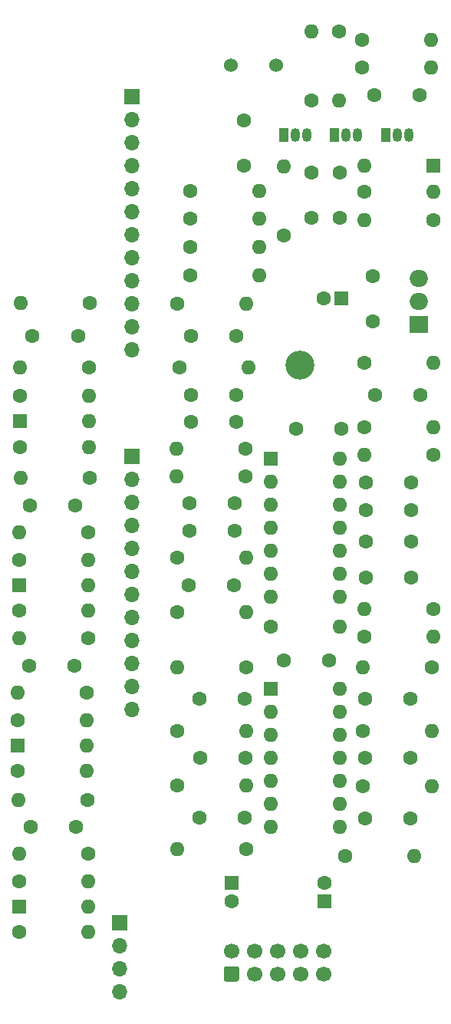
<source format=gbs>
G04 #@! TF.GenerationSoftware,KiCad,Pcbnew,8.0.6-8.0.6-0~ubuntu22.04.1*
G04 #@! TF.CreationDate,2025-02-02T12:48:23+01:00*
G04 #@! TF.ProjectId,Drumbox,4472756d-626f-4782-9e6b-696361645f70,rev?*
G04 #@! TF.SameCoordinates,Original*
G04 #@! TF.FileFunction,Soldermask,Bot*
G04 #@! TF.FilePolarity,Negative*
%FSLAX46Y46*%
G04 Gerber Fmt 4.6, Leading zero omitted, Abs format (unit mm)*
G04 Created by KiCad (PCBNEW 8.0.6-8.0.6-0~ubuntu22.04.1) date 2025-02-02 12:48:23*
%MOMM*%
%LPD*%
G01*
G04 APERTURE LIST*
%ADD10C,1.600000*%
%ADD11O,1.600000X1.600000*%
%ADD12C,1.524000*%
%ADD13R,1.600000X1.600000*%
%ADD14R,2.000000X1.905000*%
%ADD15O,2.000000X1.905000*%
%ADD16R,1.050000X1.500000*%
%ADD17O,1.050000X1.500000*%
%ADD18C,3.200000*%
%ADD19C,1.700000*%
%ADD20R,1.700000X1.700000*%
%ADD21O,1.700000X1.700000*%
G04 APERTURE END LIST*
D10*
X86500000Y-78800000D03*
X81500000Y-78800000D03*
X58510000Y-101900000D03*
D11*
X50890000Y-101900000D03*
D10*
X88990000Y-71500000D03*
D11*
X96610000Y-71500000D03*
D10*
X50890000Y-98800000D03*
D11*
X58510000Y-98800000D03*
D10*
X70800000Y-108600000D03*
X75800000Y-108600000D03*
X80100000Y-57420000D03*
D11*
X80100000Y-49800000D03*
D10*
X57200000Y-122700000D03*
X52200000Y-122700000D03*
X69900000Y-78000000D03*
X74900000Y-78000000D03*
D12*
X79300000Y-38600000D03*
X74300000Y-38600000D03*
D10*
X69790000Y-61800000D03*
D11*
X77410000Y-61800000D03*
D13*
X96620000Y-49700000D03*
D11*
X89000000Y-49700000D03*
D10*
X96620000Y-55700000D03*
D11*
X89000000Y-55700000D03*
D10*
X89200000Y-84650000D03*
X94200000Y-84650000D03*
X89955113Y-61900000D03*
X89955113Y-66900000D03*
X88800000Y-38900000D03*
D11*
X96420000Y-38900000D03*
D10*
X75990000Y-125200000D03*
D11*
X68370000Y-125200000D03*
D10*
X68390000Y-99000000D03*
D11*
X76010000Y-99000000D03*
D14*
X95045113Y-67240000D03*
D15*
X95045113Y-64700000D03*
X95045113Y-62160000D03*
D13*
X50890000Y-131500000D03*
D11*
X58510000Y-131500000D03*
D10*
X58510000Y-125700000D03*
D11*
X50890000Y-125700000D03*
D10*
X89000000Y-101700000D03*
D11*
X96620000Y-101700000D03*
D10*
X68360000Y-118150000D03*
D11*
X75980000Y-118150000D03*
D13*
X86500000Y-64400000D03*
D10*
X84500000Y-64400000D03*
X70780000Y-121700000D03*
X75780000Y-121700000D03*
X89200000Y-87700000D03*
X94200000Y-87700000D03*
X69600000Y-96000000D03*
X74600000Y-96000000D03*
X69710000Y-87000000D03*
X74710000Y-87000000D03*
X58410000Y-107900000D03*
D11*
X50790000Y-107900000D03*
D10*
X86300000Y-55500000D03*
X86300000Y-50500000D03*
X57000000Y-104900000D03*
X52000000Y-104900000D03*
X68390000Y-93000000D03*
D11*
X76010000Y-93000000D03*
D13*
X50990000Y-77900000D03*
D11*
X58610000Y-77900000D03*
D10*
X75870000Y-115100000D03*
X70870000Y-115100000D03*
X88800000Y-35800000D03*
D11*
X96420000Y-35800000D03*
D10*
X50790000Y-116500000D03*
D11*
X58410000Y-116500000D03*
D10*
X83200000Y-42500000D03*
D11*
X83200000Y-34880000D03*
D10*
X50890000Y-134300000D03*
D11*
X58510000Y-134300000D03*
D10*
X50990000Y-80800000D03*
D11*
X58610000Y-80800000D03*
D10*
X96610000Y-81600000D03*
D11*
X88990000Y-81600000D03*
D10*
X68590000Y-72000000D03*
D11*
X76210000Y-72000000D03*
D13*
X50900000Y-96000000D03*
D11*
X58520000Y-96000000D03*
D10*
X78690000Y-100600000D03*
D11*
X86310000Y-100600000D03*
D13*
X84600000Y-130900000D03*
D10*
X84600000Y-128900000D03*
X95110000Y-41900000D03*
X90110000Y-41900000D03*
X94100000Y-121800000D03*
X89100000Y-121800000D03*
X86890000Y-125900000D03*
D11*
X94510000Y-125900000D03*
D10*
X85100000Y-104300000D03*
X80100000Y-104300000D03*
X50910000Y-93200000D03*
D11*
X58530000Y-93200000D03*
D10*
X95200000Y-75000000D03*
X90200000Y-75000000D03*
X76000000Y-105100000D03*
D11*
X68380000Y-105100000D03*
D10*
X57400000Y-68500000D03*
X52400000Y-68500000D03*
X88890000Y-112100000D03*
D11*
X96510000Y-112100000D03*
D10*
X58610000Y-72000000D03*
D11*
X50990000Y-72000000D03*
D10*
X69800000Y-55600000D03*
D11*
X77420000Y-55600000D03*
D16*
X80160000Y-46300000D03*
D17*
X81430000Y-46300000D03*
X82700000Y-46300000D03*
D18*
X81900000Y-71700000D03*
D10*
X83200000Y-50500000D03*
X83200000Y-55500000D03*
D13*
X78670000Y-107475000D03*
D11*
X78670000Y-110015000D03*
X78670000Y-112555000D03*
X78670000Y-115095000D03*
X78670000Y-117635000D03*
X78670000Y-120175000D03*
X78670000Y-122715000D03*
X86290000Y-122715000D03*
X86290000Y-120175000D03*
X86290000Y-117635000D03*
X86290000Y-115095000D03*
X86290000Y-112555000D03*
X86290000Y-110015000D03*
X86290000Y-107475000D03*
D10*
X58530000Y-90200000D03*
D11*
X50910000Y-90200000D03*
D10*
X58710000Y-64900000D03*
D11*
X51090000Y-64900000D03*
D10*
X69900000Y-68500000D03*
X74900000Y-68500000D03*
G36*
G01*
X74940000Y-139790000D02*
X73740000Y-139790000D01*
G75*
G02*
X73490000Y-139540000I0J250000D01*
G01*
X73490000Y-138340000D01*
G75*
G02*
X73740000Y-138090000I250000J0D01*
G01*
X74940000Y-138090000D01*
G75*
G02*
X75190000Y-138340000I0J-250000D01*
G01*
X75190000Y-139540000D01*
G75*
G02*
X74940000Y-139790000I-250000J0D01*
G01*
G37*
D19*
X74340000Y-136400000D03*
X76880000Y-138940000D03*
X76880000Y-136400000D03*
X79420000Y-138940000D03*
X79420000Y-136400000D03*
X81960000Y-138940000D03*
X81960000Y-136400000D03*
X84500000Y-138940000D03*
X84500000Y-136400000D03*
D10*
X69790000Y-58700000D03*
D11*
X77410000Y-58700000D03*
D10*
X74700000Y-90000000D03*
X69700000Y-90000000D03*
X88980000Y-78550000D03*
D11*
X96600000Y-78550000D03*
D10*
X58720000Y-84200000D03*
D11*
X51100000Y-84200000D03*
D10*
X58420000Y-119700000D03*
D11*
X50800000Y-119700000D03*
D10*
X89200000Y-95200000D03*
X94200000Y-95200000D03*
D13*
X50790000Y-113700000D03*
D11*
X58410000Y-113700000D03*
D16*
X91430000Y-46360000D03*
D17*
X92700000Y-46360000D03*
X93970000Y-46360000D03*
D10*
X50990000Y-75100000D03*
D11*
X58610000Y-75100000D03*
D10*
X75910000Y-81000000D03*
D11*
X68290000Y-81000000D03*
D10*
X94100000Y-108600000D03*
X89100000Y-108600000D03*
X75700000Y-44700000D03*
X75700000Y-49700000D03*
X96600000Y-98700000D03*
D11*
X88980000Y-98700000D03*
D10*
X57110000Y-87200000D03*
X52110000Y-87200000D03*
D13*
X74400000Y-128900000D03*
D10*
X74400000Y-130900000D03*
X94200000Y-91200000D03*
X89200000Y-91200000D03*
X68380000Y-112100000D03*
D11*
X76000000Y-112100000D03*
D10*
X75920000Y-84000000D03*
D11*
X68300000Y-84000000D03*
D16*
X85760000Y-46300000D03*
D17*
X87030000Y-46300000D03*
X88300000Y-46300000D03*
D10*
X86200000Y-34880000D03*
D11*
X86200000Y-42500000D03*
D10*
X96510000Y-105100000D03*
D11*
X88890000Y-105100000D03*
D10*
X50890000Y-128700000D03*
D11*
X58510000Y-128700000D03*
D10*
X88980000Y-52600000D03*
D11*
X96600000Y-52600000D03*
D10*
X50790000Y-110900000D03*
D11*
X58410000Y-110900000D03*
D10*
X88890000Y-118200000D03*
D11*
X96510000Y-118200000D03*
D10*
X69800000Y-52500000D03*
D11*
X77420000Y-52500000D03*
D10*
X74900000Y-75000000D03*
X69900000Y-75000000D03*
X68390000Y-65000000D03*
D11*
X76010000Y-65000000D03*
D10*
X94070000Y-115100000D03*
X89070000Y-115100000D03*
D13*
X78680000Y-82060000D03*
D11*
X78680000Y-84600000D03*
X78680000Y-87140000D03*
X78680000Y-89680000D03*
X78680000Y-92220000D03*
X78680000Y-94760000D03*
X78680000Y-97300000D03*
X86300000Y-97300000D03*
X86300000Y-94760000D03*
X86300000Y-92220000D03*
X86300000Y-89680000D03*
X86300000Y-87140000D03*
X86300000Y-84600000D03*
X86300000Y-82060000D03*
D20*
X63400000Y-81800000D03*
D21*
X63400000Y-84340000D03*
X63400000Y-86880000D03*
X63400000Y-89420000D03*
X63400000Y-91960000D03*
X63400000Y-94500000D03*
X63400000Y-97040000D03*
X63400000Y-99580000D03*
X63400000Y-102120000D03*
X63400000Y-104660000D03*
X63400000Y-107200000D03*
X63400000Y-109740000D03*
D20*
X62000000Y-133300000D03*
D21*
X62000000Y-135840000D03*
X62000000Y-138380000D03*
X62000000Y-140920000D03*
D20*
X63400000Y-42100000D03*
D21*
X63400000Y-44640000D03*
X63400000Y-47180000D03*
X63400000Y-49720000D03*
X63400000Y-52260000D03*
X63400000Y-54800000D03*
X63400000Y-57340000D03*
X63400000Y-59880000D03*
X63400000Y-62420000D03*
X63400000Y-64960000D03*
X63400000Y-67500000D03*
X63400000Y-70040000D03*
M02*

</source>
